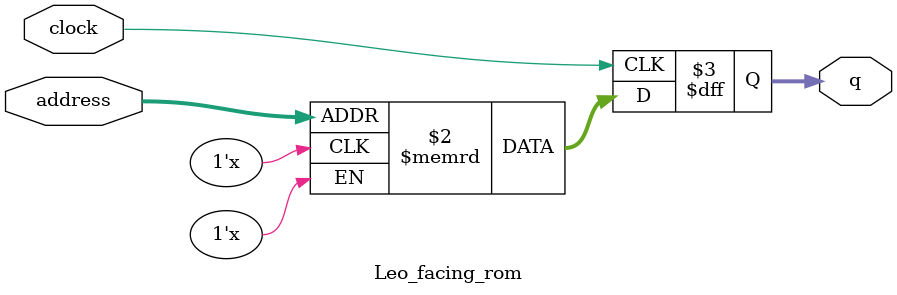
<source format=sv>
module Leo_facing_rom (
	input logic clock,
	input logic [7:0] address,
	output logic [3:0] q
);

logic [3:0] memory [0:255] /* synthesis ram_init_file = "./Leo_facing/Leo_facing.mif" */;

always_ff @ (posedge clock) begin
	q <= memory[address];
end

endmodule

</source>
